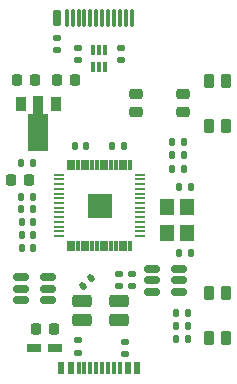
<source format=gbr>
G04 #@! TF.GenerationSoftware,KiCad,Pcbnew,7.0.5*
G04 #@! TF.CreationDate,2023-08-30T18:19:32+03:00*
G04 #@! TF.ProjectId,USB_duck_v2,5553425f-6475-4636-9b5f-76322e6b6963,rev?*
G04 #@! TF.SameCoordinates,Original*
G04 #@! TF.FileFunction,Paste,Top*
G04 #@! TF.FilePolarity,Positive*
%FSLAX46Y46*%
G04 Gerber Fmt 4.6, Leading zero omitted, Abs format (unit mm)*
G04 Created by KiCad (PCBNEW 7.0.5) date 2023-08-30 18:19:32*
%MOMM*%
%LPD*%
G01*
G04 APERTURE LIST*
G04 Aperture macros list*
%AMRoundRect*
0 Rectangle with rounded corners*
0 $1 Rounding radius*
0 $2 $3 $4 $5 $6 $7 $8 $9 X,Y pos of 4 corners*
0 Add a 4 corners polygon primitive as box body*
4,1,4,$2,$3,$4,$5,$6,$7,$8,$9,$2,$3,0*
0 Add four circle primitives for the rounded corners*
1,1,$1+$1,$2,$3*
1,1,$1+$1,$4,$5*
1,1,$1+$1,$6,$7*
1,1,$1+$1,$8,$9*
0 Add four rect primitives between the rounded corners*
20,1,$1+$1,$2,$3,$4,$5,0*
20,1,$1+$1,$4,$5,$6,$7,0*
20,1,$1+$1,$6,$7,$8,$9,0*
20,1,$1+$1,$8,$9,$2,$3,0*%
%AMFreePoly0*
4,1,9,3.862500,-0.866500,0.737500,-0.866500,0.737500,-0.450000,-0.737500,-0.450000,-0.737500,0.450000,0.737500,0.450000,0.737500,0.866500,3.862500,0.866500,3.862500,-0.866500,3.862500,-0.866500,$1*%
G04 Aperture macros list end*
%ADD10C,0.010000*%
%ADD11RoundRect,0.140000X-0.140000X-0.170000X0.140000X-0.170000X0.140000X0.170000X-0.140000X0.170000X0*%
%ADD12RoundRect,0.135000X-0.135000X-0.185000X0.135000X-0.185000X0.135000X0.185000X-0.135000X0.185000X0*%
%ADD13RoundRect,0.140000X0.140000X0.170000X-0.140000X0.170000X-0.140000X-0.170000X0.140000X-0.170000X0*%
%ADD14RoundRect,0.225000X-0.225000X-0.250000X0.225000X-0.250000X0.225000X0.250000X-0.225000X0.250000X0*%
%ADD15R,1.200000X1.400000*%
%ADD16RoundRect,0.006000X0.094000X-0.414000X0.094000X0.414000X-0.094000X0.414000X-0.094000X-0.414000X0*%
%ADD17RoundRect,0.020000X0.400000X-0.080000X0.400000X0.080000X-0.400000X0.080000X-0.400000X-0.080000X0*%
%ADD18RoundRect,0.135000X-0.185000X0.135000X-0.185000X-0.135000X0.185000X-0.135000X0.185000X0.135000X0*%
%ADD19RoundRect,0.225000X0.225000X-0.375000X0.225000X0.375000X-0.225000X0.375000X-0.225000X-0.375000X0*%
%ADD20RoundRect,0.135000X0.185000X-0.135000X0.185000X0.135000X-0.185000X0.135000X-0.185000X-0.135000X0*%
%ADD21RoundRect,0.225000X0.225000X0.250000X-0.225000X0.250000X-0.225000X-0.250000X0.225000X-0.250000X0*%
%ADD22RoundRect,0.075000X-0.075000X-0.675000X0.075000X-0.675000X0.075000X0.675000X-0.075000X0.675000X0*%
%ADD23RoundRect,0.175000X-0.175000X-0.525000X0.175000X-0.525000X0.175000X0.525000X-0.175000X0.525000X0*%
%ADD24R,0.600000X1.100000*%
%ADD25R,0.300000X1.100000*%
%ADD26RoundRect,0.135000X0.135000X0.185000X-0.135000X0.185000X-0.135000X-0.185000X0.135000X-0.185000X0*%
%ADD27RoundRect,0.225000X0.350000X0.225000X-0.350000X0.225000X-0.350000X-0.225000X0.350000X-0.225000X0*%
%ADD28R,0.300000X0.850000*%
%ADD29RoundRect,0.150000X0.512500X0.150000X-0.512500X0.150000X-0.512500X-0.150000X0.512500X-0.150000X0*%
%ADD30R,1.270000X0.760000*%
%ADD31RoundRect,0.262500X-0.587500X-0.262500X0.587500X-0.262500X0.587500X0.262500X-0.587500X0.262500X0*%
%ADD32RoundRect,0.140000X0.021213X-0.219203X0.219203X-0.021213X-0.021213X0.219203X-0.219203X0.021213X0*%
%ADD33RoundRect,0.150000X-0.512500X-0.150000X0.512500X-0.150000X0.512500X0.150000X-0.512500X0.150000X0*%
%ADD34R,0.900000X1.300000*%
%ADD35FreePoly0,270.000000*%
G04 APERTURE END LIST*
D10*
X980000Y-16830000D02*
X-980000Y-16830000D01*
X-980000Y-14870000D01*
X980000Y-14870000D01*
X980000Y-16830000D01*
G36*
X980000Y-16830000D02*
G01*
X-980000Y-16830000D01*
X-980000Y-14870000D01*
X980000Y-14870000D01*
X980000Y-16830000D01*
G37*
D11*
X-6580000Y-17300000D03*
X-5620000Y-17300000D03*
D12*
X-6610000Y-12300000D03*
X-5590000Y-12300000D03*
D13*
X-1120000Y-10800000D03*
X-2080000Y-10800000D03*
D12*
X6170000Y-12740000D03*
X7190000Y-12740000D03*
D14*
X-3575000Y-5200000D03*
X-2025000Y-5200000D03*
D15*
X7400000Y-18170000D03*
X7400000Y-15970000D03*
X5700000Y-15970000D03*
X5700000Y-18170000D03*
D16*
X-2600000Y-19285000D03*
X-2200000Y-19285000D03*
X-1800000Y-19285000D03*
X-1400000Y-19285000D03*
X-1000000Y-19285000D03*
X-600000Y-19285000D03*
X-200000Y-19285000D03*
X200000Y-19285000D03*
X600000Y-19285000D03*
X1000000Y-19285000D03*
X1400000Y-19285000D03*
X1800000Y-19285000D03*
X2200000Y-19285000D03*
X2600000Y-19285000D03*
D17*
X3435000Y-18450000D03*
X3435000Y-18050000D03*
X3435000Y-17650000D03*
X3435000Y-17250000D03*
X3435000Y-16850000D03*
X3435000Y-16450000D03*
X3435000Y-16050000D03*
X3435000Y-15650000D03*
X3435000Y-15250000D03*
X3435000Y-14850000D03*
X3435000Y-14450000D03*
X3435000Y-14050000D03*
X3435000Y-13650000D03*
X3435000Y-13250000D03*
D16*
X2600000Y-12415000D03*
X2200000Y-12415000D03*
X1800000Y-12415000D03*
X1400000Y-12415000D03*
X1000000Y-12415000D03*
X600000Y-12415000D03*
X200000Y-12415000D03*
X-200000Y-12415000D03*
X-600000Y-12415000D03*
X-1000000Y-12415000D03*
X-1400000Y-12415000D03*
X-1800000Y-12415000D03*
X-2200000Y-12415000D03*
X-2600000Y-12415000D03*
D17*
X-3435000Y-13250000D03*
X-3435000Y-13650000D03*
X-3435000Y-14050000D03*
X-3435000Y-14450000D03*
X-3435000Y-14850000D03*
X-3435000Y-15250000D03*
X-3435000Y-15650000D03*
X-3435000Y-16050000D03*
X-3435000Y-16450000D03*
X-3435000Y-16850000D03*
X-3435000Y-17250000D03*
X-3435000Y-17650000D03*
X-3435000Y-18050000D03*
X-3435000Y-18450000D03*
D18*
X-3600000Y-1690000D03*
X-3600000Y-2710000D03*
D19*
X9250000Y-9100000D03*
X10750000Y-9100000D03*
X9250000Y-5300000D03*
X10750000Y-5300000D03*
D20*
X2200000Y-28410000D03*
X2200000Y-27390000D03*
D21*
X-5400000Y-5200000D03*
X-6950000Y-5200000D03*
D22*
X-2750000Y0D03*
X-2250000Y0D03*
X-1750000Y0D03*
X-1250000Y0D03*
X-750000Y0D03*
X-250000Y0D03*
X250000Y0D03*
X750000Y0D03*
X1250000Y0D03*
X1750000Y0D03*
X2250000Y0D03*
X2750000Y0D03*
D23*
X-3600000Y50000D03*
D18*
X1800000Y-2490000D03*
X1800000Y-3510000D03*
X-1800000Y-2490000D03*
X-1800000Y-3510000D03*
D24*
X-3200000Y-29650000D03*
X-2400000Y-29650000D03*
D25*
X-1250000Y-29650000D03*
X-250000Y-29650000D03*
X250000Y-29650000D03*
X1250000Y-29650000D03*
D24*
X2400000Y-29650000D03*
X3200000Y-29650000D03*
X3200000Y-29650000D03*
X2400000Y-29650000D03*
D25*
X1750000Y-29650000D03*
X750000Y-29650000D03*
X-750000Y-29650000D03*
X-1750000Y-29650000D03*
D24*
X-2400000Y-29650000D03*
X-3200000Y-29650000D03*
D14*
X-7475000Y-13700000D03*
X-5925000Y-13700000D03*
D18*
X1700000Y-21690000D03*
X1700000Y-22710000D03*
D12*
X6170000Y-11590000D03*
X7190000Y-11590000D03*
D13*
X7730000Y-14270000D03*
X6770000Y-14270000D03*
D20*
X-1800000Y-28310000D03*
X-1800000Y-27290000D03*
D26*
X-5590000Y-15100000D03*
X-6610000Y-15100000D03*
D27*
X7075000Y-7950000D03*
X7075000Y-6450000D03*
X3125000Y-6450000D03*
X3125000Y-7950000D03*
D19*
X9250000Y-27100000D03*
X10750000Y-27100000D03*
X9250000Y-23300000D03*
X10750000Y-23300000D03*
D11*
X6200000Y-10490000D03*
X7160000Y-10490000D03*
D28*
X500000Y-2700000D03*
X0Y-2700000D03*
X-500000Y-2700000D03*
X-500000Y-4100000D03*
X0Y-4100000D03*
X500000Y-4100000D03*
D29*
X6737500Y-23150000D03*
X6737500Y-22200000D03*
X6737500Y-21250000D03*
X4462500Y-21250000D03*
X4462500Y-22200000D03*
X4462500Y-23150000D03*
D12*
X6490000Y-26050000D03*
X7510000Y-26050000D03*
D11*
X-6580000Y-18400000D03*
X-5620000Y-18400000D03*
X-6580000Y-19500000D03*
X-5620000Y-19500000D03*
D26*
X-5590000Y-16200000D03*
X-6610000Y-16200000D03*
D30*
X-5490000Y-27910000D03*
X-3710000Y-27910000D03*
D11*
X6770000Y-19870000D03*
X7730000Y-19870000D03*
D31*
X1700000Y-23940000D03*
X-1500000Y-23940000D03*
X1700000Y-25590000D03*
X-1500000Y-25590000D03*
D12*
X6490000Y-27200000D03*
X7510000Y-27200000D03*
D18*
X2800000Y-21690000D03*
X2800000Y-22710000D03*
D11*
X6520000Y-24950000D03*
X7480000Y-24950000D03*
D32*
X-1339411Y-22639411D03*
X-660589Y-21960589D03*
D33*
X-6600000Y-21950000D03*
X-6600000Y-22900000D03*
X-6600000Y-23850000D03*
X-4325000Y-23850000D03*
X-4325000Y-22900000D03*
X-4325000Y-21950000D03*
D21*
X-3825000Y-26310000D03*
X-5375000Y-26310000D03*
D34*
X-3650000Y-7250000D03*
D35*
X-5150000Y-7337500D03*
D34*
X-6650000Y-7250000D03*
D13*
X2080000Y-10800000D03*
X1120000Y-10800000D03*
M02*

</source>
